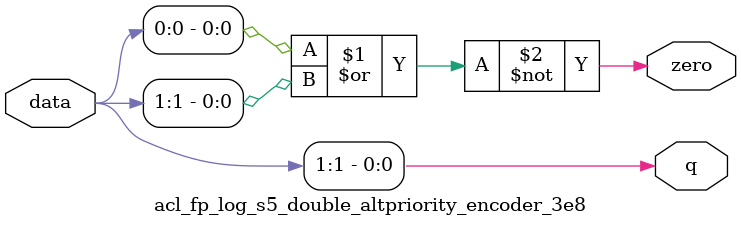
<source format=v>
module  acl_fp_log_s5_double_altpriority_encoder_3e8
	( 
	data,
	q,
	zero) ;
	input   [1:0]  data;
	output   [0:0]  q;
	output   zero;
	assign
		q = {data[1]},
		zero = (~ (data[0] | data[1]));
endmodule
</source>
